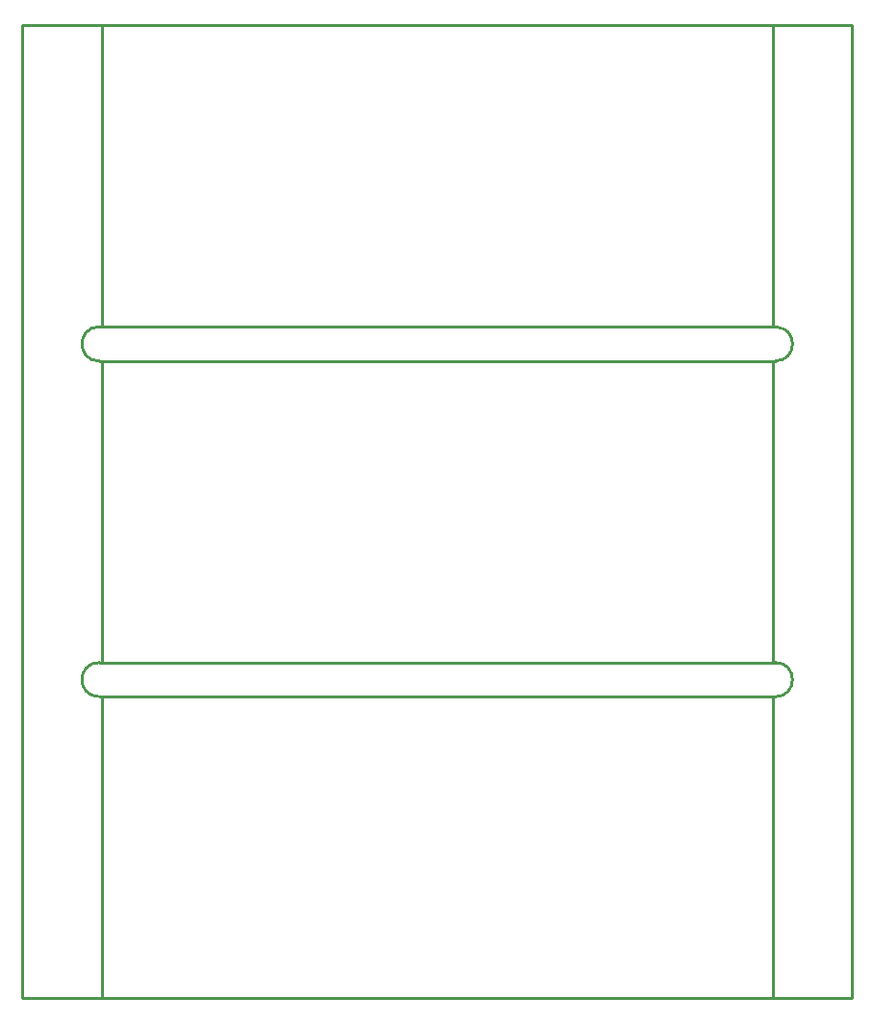
<source format=gm1>
G04 Layer_Color=16711935*
%FSLAX44Y44*%
%MOMM*%
G71*
G01*
G75*
%ADD27C,0.2540*%
D27*
X67500Y590000D02*
G03*
X67500Y560000I0J-15000D01*
G01*
X662500D02*
G03*
X662500Y590000I0J15000D01*
G01*
Y265000D02*
G03*
X662500Y295000I0J15000D01*
G01*
X67500D02*
G03*
X67500Y265000I0J-15000D01*
G01*
X70000Y590000D02*
Y855000D01*
Y295000D02*
Y560000D01*
Y0D02*
Y265000D01*
X660000Y0D02*
Y265000D01*
Y295000D02*
Y560000D01*
Y590000D02*
Y855000D01*
X730000Y0D02*
Y855000D01*
X0Y0D02*
Y855000D01*
Y0D02*
X70000D01*
X660000D01*
X730000D01*
X660000Y855000D02*
X730000D01*
X70000D02*
X660000D01*
X0D02*
X70000D01*
X67500Y590000D02*
X662500D01*
X67500Y560000D02*
X662500D01*
X67500Y265000D02*
X662500D01*
X67500Y295000D02*
X662500D01*
M02*

</source>
